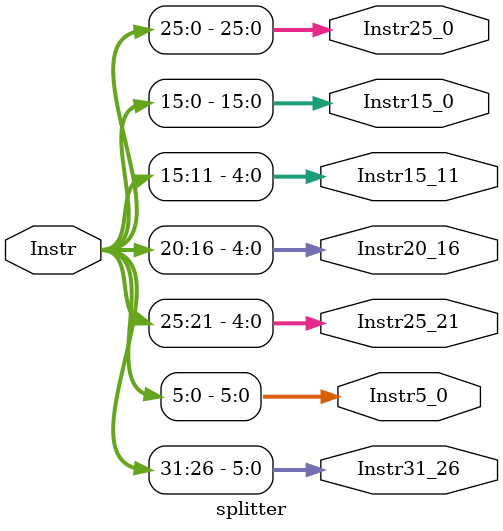
<source format=v>
`timescale 1ns/1ps
module splitter (
    input [31:0] Instr,
    output [31:26] Instr31_26,
    output [5:0] Instr5_0,
    output [25:21] Instr25_21,
    output [20:16] Instr20_16,
    output [15:11] Instr15_11,
    output [15:0] Instr15_0,
    output [25:0] Instr25_0
);
    assign Instr31_26 = Instr[31:26];
    assign Instr5_0 = Instr[5:0];
    assign Instr25_21 = Instr[25:21];
    assign Instr20_16 = Instr[20:16];
    assign Instr15_11 = Instr[15:11];
    assign Instr15_0 = Instr[15:0];
    assign Instr25_0 = Instr[25:0];
endmodule
</source>
